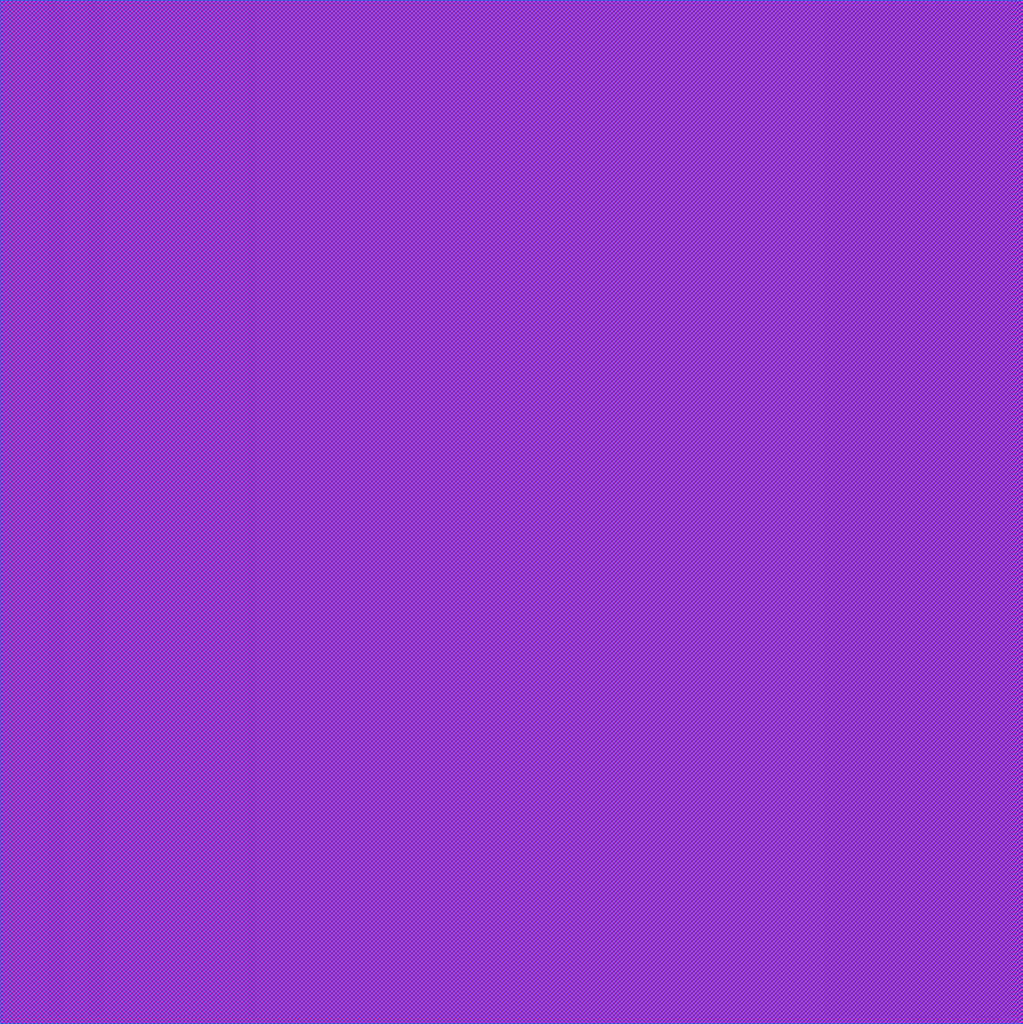
<source format=lef>
##
## LEF for PtnCells ;
## created by Innovus v18.10-p002_1 on Sat Apr 17 14:47:07 2021
##

VERSION 5.5 ;

NAMESCASESENSITIVE ON ;
BUSBITCHARS "[]" ;
DIVIDERCHAR "/" ;

MACRO core_adapter
  CLASS BLOCK ;
  SIZE 259.920000 BY 259.980000 ;
  FOREIGN core_adapter 0.000000 0.000000 ;
  ORIGIN 0 0 ;
  SYMMETRY X Y R90 ;
  PIN clk
    DIRECTION INPUT ;
    USE SIGNAL ;
  END clk
  PIN resetn
    DIRECTION INPUT ;
    USE SIGNAL ;
    PORT
      LAYER metal2 ;
        RECT 35.780000 259.910000 35.850000 259.980000 ;
    END
  END resetn
  PIN addr_in[31]
    DIRECTION INPUT ;
    USE SIGNAL ;
    PORT
      LAYER metal2 ;
        RECT 38.630000 259.910000 38.700000 259.980000 ;
    END
  END addr_in[31]
  PIN addr_in[30]
    DIRECTION INPUT ;
    USE SIGNAL ;
    PORT
      LAYER metal2 ;
        RECT 41.480000 259.910000 41.550000 259.980000 ;
    END
  END addr_in[30]
  PIN addr_in[29]
    DIRECTION INPUT ;
    USE SIGNAL ;
    PORT
      LAYER metal2 ;
        RECT 44.330000 259.910000 44.400000 259.980000 ;
    END
  END addr_in[29]
  PIN addr_in[28]
    DIRECTION INPUT ;
    USE SIGNAL ;
    PORT
      LAYER metal2 ;
        RECT 47.180000 259.910000 47.250000 259.980000 ;
    END
  END addr_in[28]
  PIN addr_in[27]
    DIRECTION INPUT ;
    USE SIGNAL ;
    PORT
      LAYER metal2 ;
        RECT 50.030000 259.910000 50.100000 259.980000 ;
    END
  END addr_in[27]
  PIN addr_in[26]
    DIRECTION INPUT ;
    USE SIGNAL ;
    PORT
      LAYER metal2 ;
        RECT 52.880000 259.910000 52.950000 259.980000 ;
    END
  END addr_in[26]
  PIN addr_in[25]
    DIRECTION INPUT ;
    USE SIGNAL ;
    PORT
      LAYER metal2 ;
        RECT 55.730000 259.910000 55.800000 259.980000 ;
    END
  END addr_in[25]
  PIN addr_in[24]
    DIRECTION INPUT ;
    USE SIGNAL ;
    PORT
      LAYER metal2 ;
        RECT 58.580000 259.910000 58.650000 259.980000 ;
    END
  END addr_in[24]
  PIN addr_in[23]
    DIRECTION INPUT ;
    USE SIGNAL ;
    PORT
      LAYER metal2 ;
        RECT 61.430000 259.910000 61.500000 259.980000 ;
    END
  END addr_in[23]
  PIN addr_in[22]
    DIRECTION INPUT ;
    USE SIGNAL ;
    PORT
      LAYER metal2 ;
        RECT 64.280000 259.910000 64.350000 259.980000 ;
    END
  END addr_in[22]
  PIN addr_in[21]
    DIRECTION INPUT ;
    USE SIGNAL ;
    PORT
      LAYER metal2 ;
        RECT 67.130000 259.910000 67.200000 259.980000 ;
    END
  END addr_in[21]
  PIN addr_in[20]
    DIRECTION INPUT ;
    USE SIGNAL ;
    PORT
      LAYER metal2 ;
        RECT 69.980000 259.910000 70.050000 259.980000 ;
    END
  END addr_in[20]
  PIN addr_in[19]
    DIRECTION INPUT ;
    USE SIGNAL ;
    PORT
      LAYER metal2 ;
        RECT 72.830000 259.910000 72.900000 259.980000 ;
    END
  END addr_in[19]
  PIN addr_in[18]
    DIRECTION INPUT ;
    USE SIGNAL ;
    PORT
      LAYER metal2 ;
        RECT 75.680000 259.910000 75.750000 259.980000 ;
    END
  END addr_in[18]
  PIN addr_in[17]
    DIRECTION INPUT ;
    USE SIGNAL ;
    PORT
      LAYER metal2 ;
        RECT 78.530000 259.910000 78.600000 259.980000 ;
    END
  END addr_in[17]
  PIN addr_in[16]
    DIRECTION INPUT ;
    USE SIGNAL ;
    PORT
      LAYER metal2 ;
        RECT 81.380000 259.910000 81.450000 259.980000 ;
    END
  END addr_in[16]
  PIN addr_in[15]
    DIRECTION INPUT ;
    USE SIGNAL ;
    PORT
      LAYER metal2 ;
        RECT 84.230000 259.910000 84.300000 259.980000 ;
    END
  END addr_in[15]
  PIN addr_in[14]
    DIRECTION INPUT ;
    USE SIGNAL ;
    PORT
      LAYER metal2 ;
        RECT 87.080000 259.910000 87.150000 259.980000 ;
    END
  END addr_in[14]
  PIN addr_in[13]
    DIRECTION INPUT ;
    USE SIGNAL ;
    PORT
      LAYER metal2 ;
        RECT 89.930000 259.910000 90.000000 259.980000 ;
    END
  END addr_in[13]
  PIN addr_in[12]
    DIRECTION INPUT ;
    USE SIGNAL ;
    PORT
      LAYER metal2 ;
        RECT 92.780000 259.910000 92.850000 259.980000 ;
    END
  END addr_in[12]
  PIN addr_in[11]
    DIRECTION INPUT ;
    USE SIGNAL ;
    PORT
      LAYER metal2 ;
        RECT 95.630000 259.910000 95.700000 259.980000 ;
    END
  END addr_in[11]
  PIN addr_in[10]
    DIRECTION INPUT ;
    USE SIGNAL ;
    PORT
      LAYER metal2 ;
        RECT 98.480000 259.910000 98.550000 259.980000 ;
    END
  END addr_in[10]
  PIN addr_in[9]
    DIRECTION INPUT ;
    USE SIGNAL ;
    PORT
      LAYER metal2 ;
        RECT 101.330000 259.910000 101.400000 259.980000 ;
    END
  END addr_in[9]
  PIN addr_in[8]
    DIRECTION INPUT ;
    USE SIGNAL ;
    PORT
      LAYER metal2 ;
        RECT 104.180000 259.910000 104.250000 259.980000 ;
    END
  END addr_in[8]
  PIN addr_in[7]
    DIRECTION INPUT ;
    USE SIGNAL ;
    PORT
      LAYER metal2 ;
        RECT 107.030000 259.910000 107.100000 259.980000 ;
    END
  END addr_in[7]
  PIN addr_in[6]
    DIRECTION INPUT ;
    USE SIGNAL ;
    PORT
      LAYER metal2 ;
        RECT 109.880000 259.910000 109.950000 259.980000 ;
    END
  END addr_in[6]
  PIN addr_in[5]
    DIRECTION INPUT ;
    USE SIGNAL ;
    PORT
      LAYER metal2 ;
        RECT 112.730000 259.910000 112.800000 259.980000 ;
    END
  END addr_in[5]
  PIN addr_in[4]
    DIRECTION INPUT ;
    USE SIGNAL ;
    PORT
      LAYER metal2 ;
        RECT 115.580000 259.910000 115.650000 259.980000 ;
    END
  END addr_in[4]
  PIN addr_in[3]
    DIRECTION INPUT ;
    USE SIGNAL ;
    PORT
      LAYER metal2 ;
        RECT 118.430000 259.910000 118.500000 259.980000 ;
    END
  END addr_in[3]
  PIN addr_in[2]
    DIRECTION INPUT ;
    USE SIGNAL ;
    PORT
      LAYER metal2 ;
        RECT 121.280000 259.910000 121.350000 259.980000 ;
    END
  END addr_in[2]
  PIN addr_in[1]
    DIRECTION INPUT ;
    USE SIGNAL ;
    PORT
      LAYER metal2 ;
        RECT 124.130000 259.910000 124.200000 259.980000 ;
    END
  END addr_in[1]
  PIN addr_in[0]
    DIRECTION INPUT ;
    USE SIGNAL ;
    PORT
      LAYER metal2 ;
        RECT 126.980000 259.910000 127.050000 259.980000 ;
    END
  END addr_in[0]
  PIN mr
    DIRECTION INPUT ;
    USE SIGNAL ;
    PORT
      LAYER metal2 ;
        RECT 129.830000 259.910000 129.900000 259.980000 ;
    END
  END mr
  PIN mw
    DIRECTION INPUT ;
    USE SIGNAL ;
    PORT
      LAYER metal2 ;
        RECT 132.680000 259.910000 132.750000 259.980000 ;
    END
  END mw
  PIN data_in[31]
    DIRECTION INPUT ;
    USE SIGNAL ;
    PORT
      LAYER metal2 ;
        RECT 135.530000 259.910000 135.600000 259.980000 ;
    END
  END data_in[31]
  PIN data_in[30]
    DIRECTION INPUT ;
    USE SIGNAL ;
    PORT
      LAYER metal2 ;
        RECT 138.380000 259.910000 138.450000 259.980000 ;
    END
  END data_in[30]
  PIN data_in[29]
    DIRECTION INPUT ;
    USE SIGNAL ;
    PORT
      LAYER metal2 ;
        RECT 141.230000 259.910000 141.300000 259.980000 ;
    END
  END data_in[29]
  PIN data_in[28]
    DIRECTION INPUT ;
    USE SIGNAL ;
    PORT
      LAYER metal2 ;
        RECT 144.080000 259.910000 144.150000 259.980000 ;
    END
  END data_in[28]
  PIN data_in[27]
    DIRECTION INPUT ;
    USE SIGNAL ;
    PORT
      LAYER metal2 ;
        RECT 146.930000 259.910000 147.000000 259.980000 ;
    END
  END data_in[27]
  PIN data_in[26]
    DIRECTION INPUT ;
    USE SIGNAL ;
    PORT
      LAYER metal2 ;
        RECT 149.780000 259.910000 149.850000 259.980000 ;
    END
  END data_in[26]
  PIN data_in[25]
    DIRECTION INPUT ;
    USE SIGNAL ;
    PORT
      LAYER metal2 ;
        RECT 152.630000 259.910000 152.700000 259.980000 ;
    END
  END data_in[25]
  PIN data_in[24]
    DIRECTION INPUT ;
    USE SIGNAL ;
    PORT
      LAYER metal2 ;
        RECT 155.480000 259.910000 155.550000 259.980000 ;
    END
  END data_in[24]
  PIN data_in[23]
    DIRECTION INPUT ;
    USE SIGNAL ;
    PORT
      LAYER metal2 ;
        RECT 158.330000 259.910000 158.400000 259.980000 ;
    END
  END data_in[23]
  PIN data_in[22]
    DIRECTION INPUT ;
    USE SIGNAL ;
    PORT
      LAYER metal2 ;
        RECT 161.180000 259.910000 161.250000 259.980000 ;
    END
  END data_in[22]
  PIN data_in[21]
    DIRECTION INPUT ;
    USE SIGNAL ;
    PORT
      LAYER metal2 ;
        RECT 164.030000 259.910000 164.100000 259.980000 ;
    END
  END data_in[21]
  PIN data_in[20]
    DIRECTION INPUT ;
    USE SIGNAL ;
    PORT
      LAYER metal2 ;
        RECT 166.880000 259.910000 166.950000 259.980000 ;
    END
  END data_in[20]
  PIN data_in[19]
    DIRECTION INPUT ;
    USE SIGNAL ;
    PORT
      LAYER metal2 ;
        RECT 169.730000 259.910000 169.800000 259.980000 ;
    END
  END data_in[19]
  PIN data_in[18]
    DIRECTION INPUT ;
    USE SIGNAL ;
    PORT
      LAYER metal2 ;
        RECT 172.580000 259.910000 172.650000 259.980000 ;
    END
  END data_in[18]
  PIN data_in[17]
    DIRECTION INPUT ;
    USE SIGNAL ;
    PORT
      LAYER metal2 ;
        RECT 175.430000 259.910000 175.500000 259.980000 ;
    END
  END data_in[17]
  PIN data_in[16]
    DIRECTION INPUT ;
    USE SIGNAL ;
    PORT
      LAYER metal2 ;
        RECT 178.280000 259.910000 178.350000 259.980000 ;
    END
  END data_in[16]
  PIN data_in[15]
    DIRECTION INPUT ;
    USE SIGNAL ;
    PORT
      LAYER metal2 ;
        RECT 181.130000 259.910000 181.200000 259.980000 ;
    END
  END data_in[15]
  PIN data_in[14]
    DIRECTION INPUT ;
    USE SIGNAL ;
    PORT
      LAYER metal2 ;
        RECT 183.980000 259.910000 184.050000 259.980000 ;
    END
  END data_in[14]
  PIN data_in[13]
    DIRECTION INPUT ;
    USE SIGNAL ;
    PORT
      LAYER metal2 ;
        RECT 186.830000 259.910000 186.900000 259.980000 ;
    END
  END data_in[13]
  PIN data_in[12]
    DIRECTION INPUT ;
    USE SIGNAL ;
    PORT
      LAYER metal2 ;
        RECT 189.680000 259.910000 189.750000 259.980000 ;
    END
  END data_in[12]
  PIN data_in[11]
    DIRECTION INPUT ;
    USE SIGNAL ;
    PORT
      LAYER metal2 ;
        RECT 192.530000 259.910000 192.600000 259.980000 ;
    END
  END data_in[11]
  PIN data_in[10]
    DIRECTION INPUT ;
    USE SIGNAL ;
    PORT
      LAYER metal2 ;
        RECT 195.380000 259.910000 195.450000 259.980000 ;
    END
  END data_in[10]
  PIN data_in[9]
    DIRECTION INPUT ;
    USE SIGNAL ;
    PORT
      LAYER metal2 ;
        RECT 198.230000 259.910000 198.300000 259.980000 ;
    END
  END data_in[9]
  PIN data_in[8]
    DIRECTION INPUT ;
    USE SIGNAL ;
    PORT
      LAYER metal2 ;
        RECT 201.080000 259.910000 201.150000 259.980000 ;
    END
  END data_in[8]
  PIN data_in[7]
    DIRECTION INPUT ;
    USE SIGNAL ;
    PORT
      LAYER metal2 ;
        RECT 203.930000 259.910000 204.000000 259.980000 ;
    END
  END data_in[7]
  PIN data_in[6]
    DIRECTION INPUT ;
    USE SIGNAL ;
    PORT
      LAYER metal2 ;
        RECT 206.780000 259.910000 206.850000 259.980000 ;
    END
  END data_in[6]
  PIN data_in[5]
    DIRECTION INPUT ;
    USE SIGNAL ;
    PORT
      LAYER metal2 ;
        RECT 209.630000 259.910000 209.700000 259.980000 ;
    END
  END data_in[5]
  PIN data_in[4]
    DIRECTION INPUT ;
    USE SIGNAL ;
    PORT
      LAYER metal2 ;
        RECT 212.480000 259.910000 212.550000 259.980000 ;
    END
  END data_in[4]
  PIN data_in[3]
    DIRECTION INPUT ;
    USE SIGNAL ;
    PORT
      LAYER metal2 ;
        RECT 215.330000 259.910000 215.400000 259.980000 ;
    END
  END data_in[3]
  PIN data_in[2]
    DIRECTION INPUT ;
    USE SIGNAL ;
    PORT
      LAYER metal2 ;
        RECT 218.180000 259.910000 218.250000 259.980000 ;
    END
  END data_in[2]
  PIN data_in[1]
    DIRECTION INPUT ;
    USE SIGNAL ;
    PORT
      LAYER metal2 ;
        RECT 221.030000 259.910000 221.100000 259.980000 ;
    END
  END data_in[1]
  PIN data_in[0]
    DIRECTION INPUT ;
    USE SIGNAL ;
    PORT
      LAYER metal2 ;
        RECT 223.880000 259.910000 223.950000 259.980000 ;
    END
  END data_in[0]
  PIN data_out[31]
    DIRECTION OUTPUT ;
    USE SIGNAL ;
    PORT
      LAYER metal2 ;
        RECT 0.000000 73.815000 0.070000 73.885000 ;
    END
  END data_out[31]
  PIN data_out[30]
    DIRECTION OUTPUT ;
    USE SIGNAL ;
    PORT
      LAYER metal2 ;
        RECT 0.000000 77.315000 0.070000 77.385000 ;
    END
  END data_out[30]
  PIN data_out[29]
    DIRECTION OUTPUT ;
    USE SIGNAL ;
    PORT
      LAYER metal2 ;
        RECT 0.000000 80.815000 0.070000 80.885000 ;
    END
  END data_out[29]
  PIN data_out[28]
    DIRECTION OUTPUT ;
    USE SIGNAL ;
    PORT
      LAYER metal2 ;
        RECT 0.000000 84.315000 0.070000 84.385000 ;
    END
  END data_out[28]
  PIN data_out[27]
    DIRECTION OUTPUT ;
    USE SIGNAL ;
    PORT
      LAYER metal2 ;
        RECT 0.000000 87.815000 0.070000 87.885000 ;
    END
  END data_out[27]
  PIN data_out[26]
    DIRECTION OUTPUT ;
    USE SIGNAL ;
    PORT
      LAYER metal2 ;
        RECT 0.000000 91.315000 0.070000 91.385000 ;
    END
  END data_out[26]
  PIN data_out[25]
    DIRECTION OUTPUT ;
    USE SIGNAL ;
    PORT
      LAYER metal2 ;
        RECT 0.000000 94.815000 0.070000 94.885000 ;
    END
  END data_out[25]
  PIN data_out[24]
    DIRECTION OUTPUT ;
    USE SIGNAL ;
    PORT
      LAYER metal2 ;
        RECT 0.000000 98.315000 0.070000 98.385000 ;
    END
  END data_out[24]
  PIN data_out[23]
    DIRECTION OUTPUT ;
    USE SIGNAL ;
    PORT
      LAYER metal2 ;
        RECT 0.000000 101.815000 0.070000 101.885000 ;
    END
  END data_out[23]
  PIN data_out[22]
    DIRECTION OUTPUT ;
    USE SIGNAL ;
    PORT
      LAYER metal2 ;
        RECT 0.000000 105.315000 0.070000 105.385000 ;
    END
  END data_out[22]
  PIN data_out[21]
    DIRECTION OUTPUT ;
    USE SIGNAL ;
    PORT
      LAYER metal2 ;
        RECT 0.000000 108.815000 0.070000 108.885000 ;
    END
  END data_out[21]
  PIN data_out[20]
    DIRECTION OUTPUT ;
    USE SIGNAL ;
    PORT
      LAYER metal2 ;
        RECT 0.000000 112.315000 0.070000 112.385000 ;
    END
  END data_out[20]
  PIN data_out[19]
    DIRECTION OUTPUT ;
    USE SIGNAL ;
    PORT
      LAYER metal2 ;
        RECT 0.000000 115.815000 0.070000 115.885000 ;
    END
  END data_out[19]
  PIN data_out[18]
    DIRECTION OUTPUT ;
    USE SIGNAL ;
    PORT
      LAYER metal2 ;
        RECT 0.000000 119.315000 0.070000 119.385000 ;
    END
  END data_out[18]
  PIN data_out[17]
    DIRECTION OUTPUT ;
    USE SIGNAL ;
    PORT
      LAYER metal2 ;
        RECT 0.000000 122.815000 0.070000 122.885000 ;
    END
  END data_out[17]
  PIN data_out[16]
    DIRECTION OUTPUT ;
    USE SIGNAL ;
    PORT
      LAYER metal2 ;
        RECT 0.000000 126.315000 0.070000 126.385000 ;
    END
  END data_out[16]
  PIN data_out[15]
    DIRECTION OUTPUT ;
    USE SIGNAL ;
    PORT
      LAYER metal2 ;
        RECT 0.000000 129.815000 0.070000 129.885000 ;
    END
  END data_out[15]
  PIN data_out[14]
    DIRECTION OUTPUT ;
    USE SIGNAL ;
    PORT
      LAYER metal2 ;
        RECT 0.000000 133.315000 0.070000 133.385000 ;
    END
  END data_out[14]
  PIN data_out[13]
    DIRECTION OUTPUT ;
    USE SIGNAL ;
    PORT
      LAYER metal2 ;
        RECT 0.000000 136.815000 0.070000 136.885000 ;
    END
  END data_out[13]
  PIN data_out[12]
    DIRECTION OUTPUT ;
    USE SIGNAL ;
    PORT
      LAYER metal2 ;
        RECT 0.000000 140.315000 0.070000 140.385000 ;
    END
  END data_out[12]
  PIN data_out[11]
    DIRECTION OUTPUT ;
    USE SIGNAL ;
    PORT
      LAYER metal2 ;
        RECT 0.000000 143.815000 0.070000 143.885000 ;
    END
  END data_out[11]
  PIN data_out[10]
    DIRECTION OUTPUT ;
    USE SIGNAL ;
    PORT
      LAYER metal2 ;
        RECT 0.000000 147.315000 0.070000 147.385000 ;
    END
  END data_out[10]
  PIN data_out[9]
    DIRECTION OUTPUT ;
    USE SIGNAL ;
    PORT
      LAYER metal2 ;
        RECT 0.000000 150.815000 0.070000 150.885000 ;
    END
  END data_out[9]
  PIN data_out[8]
    DIRECTION OUTPUT ;
    USE SIGNAL ;
    PORT
      LAYER metal2 ;
        RECT 0.000000 154.315000 0.070000 154.385000 ;
    END
  END data_out[8]
  PIN data_out[7]
    DIRECTION OUTPUT ;
    USE SIGNAL ;
    PORT
      LAYER metal2 ;
        RECT 0.000000 157.815000 0.070000 157.885000 ;
    END
  END data_out[7]
  PIN data_out[6]
    DIRECTION OUTPUT ;
    USE SIGNAL ;
    PORT
      LAYER metal2 ;
        RECT 0.000000 161.315000 0.070000 161.385000 ;
    END
  END data_out[6]
  PIN data_out[5]
    DIRECTION OUTPUT ;
    USE SIGNAL ;
    PORT
      LAYER metal2 ;
        RECT 0.000000 164.815000 0.070000 164.885000 ;
    END
  END data_out[5]
  PIN data_out[4]
    DIRECTION OUTPUT ;
    USE SIGNAL ;
    PORT
      LAYER metal2 ;
        RECT 0.000000 168.315000 0.070000 168.385000 ;
    END
  END data_out[4]
  PIN data_out[3]
    DIRECTION OUTPUT ;
    USE SIGNAL ;
    PORT
      LAYER metal2 ;
        RECT 0.000000 171.815000 0.070000 171.885000 ;
    END
  END data_out[3]
  PIN data_out[2]
    DIRECTION OUTPUT ;
    USE SIGNAL ;
    PORT
      LAYER metal2 ;
        RECT 0.000000 175.315000 0.070000 175.385000 ;
    END
  END data_out[2]
  PIN data_out[1]
    DIRECTION OUTPUT ;
    USE SIGNAL ;
    PORT
      LAYER metal2 ;
        RECT 0.000000 178.815000 0.070000 178.885000 ;
    END
  END data_out[1]
  PIN data_out[0]
    DIRECTION OUTPUT ;
    USE SIGNAL ;
    PORT
      LAYER metal2 ;
        RECT 0.000000 182.315000 0.070000 182.385000 ;
    END
  END data_out[0]
  PIN nready
    DIRECTION OUTPUT ;
    USE SIGNAL ;
    PORT
      LAYER metal2 ;
        RECT 0.000000 185.815000 0.070000 185.885000 ;
    END
  END nready
  OBS
    LAYER metal1 ;
      RECT 0.000000 0.000000 259.920000 259.980000 ;
    LAYER metal2 ;
      RECT 224.020000 259.840000 259.920000 259.980000 ;
      RECT 221.170000 259.840000 223.810000 259.980000 ;
      RECT 218.320000 259.840000 220.960000 259.980000 ;
      RECT 215.470000 259.840000 218.110000 259.980000 ;
      RECT 212.620000 259.840000 215.260000 259.980000 ;
      RECT 209.770000 259.840000 212.410000 259.980000 ;
      RECT 206.920000 259.840000 209.560000 259.980000 ;
      RECT 204.070000 259.840000 206.710000 259.980000 ;
      RECT 201.220000 259.840000 203.860000 259.980000 ;
      RECT 198.370000 259.840000 201.010000 259.980000 ;
      RECT 195.520000 259.840000 198.160000 259.980000 ;
      RECT 192.670000 259.840000 195.310000 259.980000 ;
      RECT 189.820000 259.840000 192.460000 259.980000 ;
      RECT 186.970000 259.840000 189.610000 259.980000 ;
      RECT 184.120000 259.840000 186.760000 259.980000 ;
      RECT 181.270000 259.840000 183.910000 259.980000 ;
      RECT 178.420000 259.840000 181.060000 259.980000 ;
      RECT 175.570000 259.840000 178.210000 259.980000 ;
      RECT 172.720000 259.840000 175.360000 259.980000 ;
      RECT 169.870000 259.840000 172.510000 259.980000 ;
      RECT 167.020000 259.840000 169.660000 259.980000 ;
      RECT 164.170000 259.840000 166.810000 259.980000 ;
      RECT 161.320000 259.840000 163.960000 259.980000 ;
      RECT 158.470000 259.840000 161.110000 259.980000 ;
      RECT 155.620000 259.840000 158.260000 259.980000 ;
      RECT 152.770000 259.840000 155.410000 259.980000 ;
      RECT 149.920000 259.840000 152.560000 259.980000 ;
      RECT 147.070000 259.840000 149.710000 259.980000 ;
      RECT 144.220000 259.840000 146.860000 259.980000 ;
      RECT 141.370000 259.840000 144.010000 259.980000 ;
      RECT 138.520000 259.840000 141.160000 259.980000 ;
      RECT 135.670000 259.840000 138.310000 259.980000 ;
      RECT 132.820000 259.840000 135.460000 259.980000 ;
      RECT 129.970000 259.840000 132.610000 259.980000 ;
      RECT 127.120000 259.840000 129.760000 259.980000 ;
      RECT 124.270000 259.840000 126.910000 259.980000 ;
      RECT 121.420000 259.840000 124.060000 259.980000 ;
      RECT 118.570000 259.840000 121.210000 259.980000 ;
      RECT 115.720000 259.840000 118.360000 259.980000 ;
      RECT 112.870000 259.840000 115.510000 259.980000 ;
      RECT 110.020000 259.840000 112.660000 259.980000 ;
      RECT 107.170000 259.840000 109.810000 259.980000 ;
      RECT 104.320000 259.840000 106.960000 259.980000 ;
      RECT 101.470000 259.840000 104.110000 259.980000 ;
      RECT 98.620000 259.840000 101.260000 259.980000 ;
      RECT 95.770000 259.840000 98.410000 259.980000 ;
      RECT 92.920000 259.840000 95.560000 259.980000 ;
      RECT 90.070000 259.840000 92.710000 259.980000 ;
      RECT 87.220000 259.840000 89.860000 259.980000 ;
      RECT 84.370000 259.840000 87.010000 259.980000 ;
      RECT 81.520000 259.840000 84.160000 259.980000 ;
      RECT 78.670000 259.840000 81.310000 259.980000 ;
      RECT 75.820000 259.840000 78.460000 259.980000 ;
      RECT 72.970000 259.840000 75.610000 259.980000 ;
      RECT 70.120000 259.840000 72.760000 259.980000 ;
      RECT 67.270000 259.840000 69.910000 259.980000 ;
      RECT 64.420000 259.840000 67.060000 259.980000 ;
      RECT 61.570000 259.840000 64.210000 259.980000 ;
      RECT 58.720000 259.840000 61.360000 259.980000 ;
      RECT 55.870000 259.840000 58.510000 259.980000 ;
      RECT 53.020000 259.840000 55.660000 259.980000 ;
      RECT 50.170000 259.840000 52.810000 259.980000 ;
      RECT 47.320000 259.840000 49.960000 259.980000 ;
      RECT 44.470000 259.840000 47.110000 259.980000 ;
      RECT 41.620000 259.840000 44.260000 259.980000 ;
      RECT 38.770000 259.840000 41.410000 259.980000 ;
      RECT 35.920000 259.840000 38.560000 259.980000 ;
      RECT 0.000000 259.840000 35.710000 259.980000 ;
      RECT 0.000000 185.955000 259.920000 259.840000 ;
      RECT 0.140000 185.745000 259.920000 185.955000 ;
      RECT 0.000000 182.455000 259.920000 185.745000 ;
      RECT 0.140000 182.245000 259.920000 182.455000 ;
      RECT 0.000000 178.955000 259.920000 182.245000 ;
      RECT 0.140000 178.745000 259.920000 178.955000 ;
      RECT 0.000000 175.455000 259.920000 178.745000 ;
      RECT 0.140000 175.245000 259.920000 175.455000 ;
      RECT 0.000000 171.955000 259.920000 175.245000 ;
      RECT 0.140000 171.745000 259.920000 171.955000 ;
      RECT 0.000000 168.455000 259.920000 171.745000 ;
      RECT 0.140000 168.245000 259.920000 168.455000 ;
      RECT 0.000000 164.955000 259.920000 168.245000 ;
      RECT 0.140000 164.745000 259.920000 164.955000 ;
      RECT 0.000000 161.455000 259.920000 164.745000 ;
      RECT 0.140000 161.245000 259.920000 161.455000 ;
      RECT 0.000000 157.955000 259.920000 161.245000 ;
      RECT 0.140000 157.745000 259.920000 157.955000 ;
      RECT 0.000000 154.455000 259.920000 157.745000 ;
      RECT 0.140000 154.245000 259.920000 154.455000 ;
      RECT 0.000000 150.955000 259.920000 154.245000 ;
      RECT 0.140000 150.745000 259.920000 150.955000 ;
      RECT 0.000000 147.455000 259.920000 150.745000 ;
      RECT 0.140000 147.245000 259.920000 147.455000 ;
      RECT 0.000000 143.955000 259.920000 147.245000 ;
      RECT 0.140000 143.745000 259.920000 143.955000 ;
      RECT 0.000000 140.455000 259.920000 143.745000 ;
      RECT 0.140000 140.245000 259.920000 140.455000 ;
      RECT 0.000000 136.955000 259.920000 140.245000 ;
      RECT 0.140000 136.745000 259.920000 136.955000 ;
      RECT 0.000000 133.455000 259.920000 136.745000 ;
      RECT 0.140000 133.245000 259.920000 133.455000 ;
      RECT 0.000000 129.955000 259.920000 133.245000 ;
      RECT 0.140000 129.745000 259.920000 129.955000 ;
      RECT 0.000000 126.455000 259.920000 129.745000 ;
      RECT 0.140000 126.245000 259.920000 126.455000 ;
      RECT 0.000000 122.955000 259.920000 126.245000 ;
      RECT 0.140000 122.745000 259.920000 122.955000 ;
      RECT 0.000000 119.455000 259.920000 122.745000 ;
      RECT 0.140000 119.245000 259.920000 119.455000 ;
      RECT 0.000000 115.955000 259.920000 119.245000 ;
      RECT 0.140000 115.745000 259.920000 115.955000 ;
      RECT 0.000000 112.455000 259.920000 115.745000 ;
      RECT 0.140000 112.245000 259.920000 112.455000 ;
      RECT 0.000000 108.955000 259.920000 112.245000 ;
      RECT 0.140000 108.745000 259.920000 108.955000 ;
      RECT 0.000000 105.455000 259.920000 108.745000 ;
      RECT 0.140000 105.245000 259.920000 105.455000 ;
      RECT 0.000000 101.955000 259.920000 105.245000 ;
      RECT 0.140000 101.745000 259.920000 101.955000 ;
      RECT 0.000000 98.455000 259.920000 101.745000 ;
      RECT 0.140000 98.245000 259.920000 98.455000 ;
      RECT 0.000000 94.955000 259.920000 98.245000 ;
      RECT 0.140000 94.745000 259.920000 94.955000 ;
      RECT 0.000000 91.455000 259.920000 94.745000 ;
      RECT 0.140000 91.245000 259.920000 91.455000 ;
      RECT 0.000000 87.955000 259.920000 91.245000 ;
      RECT 0.140000 87.745000 259.920000 87.955000 ;
      RECT 0.000000 84.455000 259.920000 87.745000 ;
      RECT 0.140000 84.245000 259.920000 84.455000 ;
      RECT 0.000000 80.955000 259.920000 84.245000 ;
      RECT 0.140000 80.745000 259.920000 80.955000 ;
      RECT 0.000000 77.455000 259.920000 80.745000 ;
      RECT 0.140000 77.245000 259.920000 77.455000 ;
      RECT 0.000000 73.955000 259.920000 77.245000 ;
      RECT 0.140000 73.745000 259.920000 73.955000 ;
      RECT 0.000000 0.000000 259.920000 73.745000 ;
    LAYER metal3 ;
      RECT 0.000000 0.000000 259.920000 259.980000 ;
    LAYER metal4 ;
      RECT 0.000000 0.000000 259.920000 259.980000 ;
    LAYER metal5 ;
      RECT 0.000000 0.000000 259.920000 259.980000 ;
    LAYER metal6 ;
      RECT 0.000000 0.000000 259.920000 259.980000 ;
    LAYER metal7 ;
      RECT 0.000000 0.000000 259.920000 259.980000 ;
    LAYER metal8 ;
      RECT 0.000000 0.000000 259.920000 259.980000 ;
    LAYER metal9 ;
      RECT 0.000000 0.000000 259.920000 259.980000 ;
    LAYER metal10 ;
      RECT 0.000000 0.000000 259.920000 259.980000 ;
  END
END core_adapter

END LIBRARY

</source>
